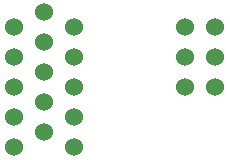
<source format=gbl>
%FSTAX23Y23*%
%MOIN*%
%SFA1B1*%

%IPPOS*%
%ADD15C,0.060000*%
%LNvga_breakout-1*%
%LPD*%
G54D15*
X0385Y0304D03*
Y0314D03*
Y0324D03*
X0375Y0304D03*
Y0314D03*
Y0324D03*
X0318Y0284D03*
Y0294D03*
Y0304D03*
Y0314D03*
Y0324D03*
X0338D03*
Y0314D03*
Y0304D03*
Y0294D03*
Y0284D03*
X0328Y0329D03*
Y0309D03*
Y0299D03*
Y0289D03*
Y0319D03*
M02*
</source>
